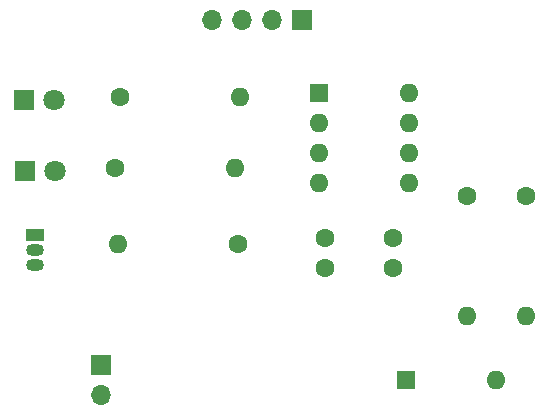
<source format=gbr>
%TF.GenerationSoftware,KiCad,Pcbnew,8.0.4*%
%TF.CreationDate,2024-11-17T18:03:45-05:00*%
%TF.ProjectId,snowglobe1,736e6f77-676c-46f6-9265-312e6b696361,rev?*%
%TF.SameCoordinates,Original*%
%TF.FileFunction,Soldermask,Top*%
%TF.FilePolarity,Negative*%
%FSLAX46Y46*%
G04 Gerber Fmt 4.6, Leading zero omitted, Abs format (unit mm)*
G04 Created by KiCad (PCBNEW 8.0.4) date 2024-11-17 18:03:45*
%MOMM*%
%LPD*%
G01*
G04 APERTURE LIST*
%ADD10R,1.700000X1.700000*%
%ADD11O,1.700000X1.700000*%
%ADD12R,1.600000X1.600000*%
%ADD13O,1.600000X1.600000*%
%ADD14C,1.600000*%
%ADD15R,1.500000X1.050000*%
%ADD16O,1.500000X1.050000*%
%ADD17R,1.800000X1.800000*%
%ADD18C,1.800000*%
G04 APERTURE END LIST*
D10*
%TO.C,M1*%
X121000000Y-89725000D03*
D11*
X121000000Y-92265000D03*
%TD*%
D12*
%TO.C,U1*%
X139450000Y-66700000D03*
D13*
X139450000Y-69240000D03*
X139450000Y-71780000D03*
X139450000Y-74320000D03*
X147070000Y-74320000D03*
X147070000Y-71780000D03*
X147070000Y-69240000D03*
X147070000Y-66700000D03*
%TD*%
D14*
%TO.C,R3*%
X157000000Y-75420000D03*
D13*
X157000000Y-85580000D03*
%TD*%
D14*
%TO.C,R2*%
X152000000Y-75420000D03*
D13*
X152000000Y-85580000D03*
%TD*%
D14*
%TO.C,C2*%
X145750000Y-79000000D03*
X145750000Y-81500000D03*
%TD*%
%TO.C,C1*%
X140000000Y-79000000D03*
X140000000Y-81500000D03*
%TD*%
%TO.C,R1*%
X132580000Y-79500000D03*
D13*
X122420000Y-79500000D03*
%TD*%
D15*
%TO.C,Q1*%
X115390000Y-78730000D03*
D16*
X115390000Y-80000000D03*
X115390000Y-81270000D03*
%TD*%
D12*
%TO.C,SW1*%
X146880000Y-91000000D03*
D13*
X154500000Y-91000000D03*
%TD*%
D10*
%TO.C,J2*%
X138050000Y-60500000D03*
D11*
X135510000Y-60500000D03*
X132970000Y-60500000D03*
X130430000Y-60500000D03*
%TD*%
D17*
%TO.C,D1*%
X114615000Y-73265000D03*
D18*
X117155000Y-73265000D03*
%TD*%
D17*
%TO.C,D2*%
X114475000Y-67265000D03*
D18*
X117015000Y-67265000D03*
%TD*%
D14*
%TO.C,R4*%
X122170000Y-73000000D03*
D13*
X132330000Y-73000000D03*
%TD*%
D14*
%TO.C,R5*%
X122670000Y-67000000D03*
D13*
X132830000Y-67000000D03*
%TD*%
M02*

</source>
